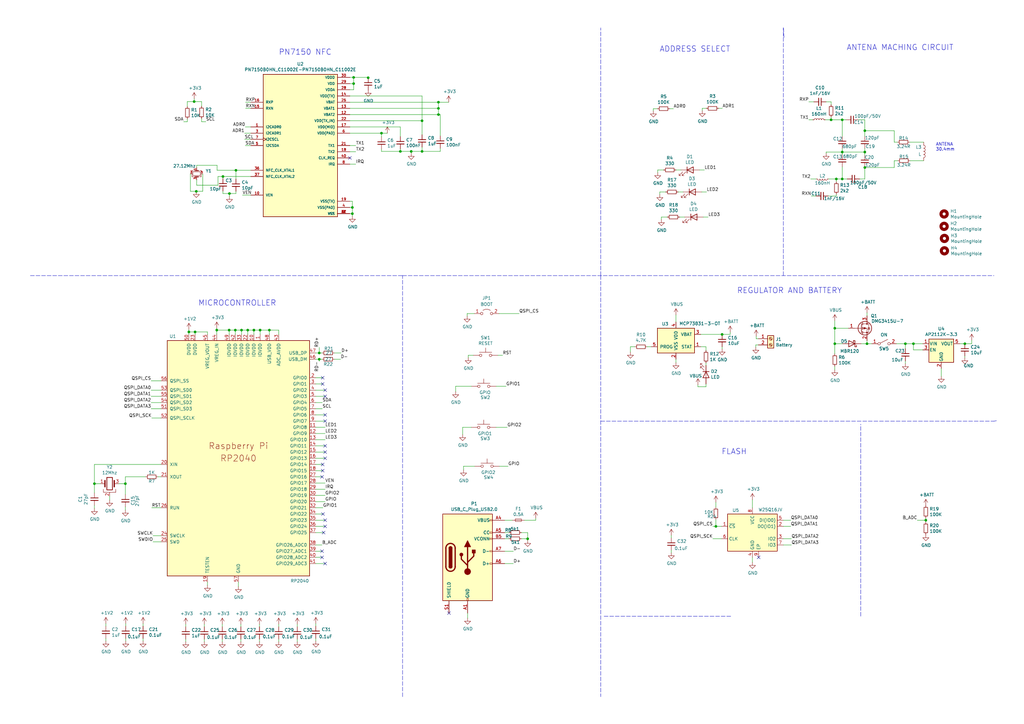
<source format=kicad_sch>
(kicad_sch (version 20211123) (generator eeschema)
  (paper "A3")
  (title_block (title "Hunter Cat NFC") (date "2022-06-28") (rev "2.0") (company "Electronic Cats") (comment 3 "Eduardo Contreras") (comment 4 "Andres Sabas"))
  (junction (at 77.47 136.144))
  (junction (at 343.027 73.406))
  (junction (at 179.832 44.45))
  (junction (at 216.408 220.98))
  (junction (at 144.526 87.63))
  (junction (at 374.65 140.97))
  (junction (at 342.392 140.97))
  (junction (at 104.14 135.382))
  (junction (at 164.211 62.103))
  (junction (at 156.464 54.61))
  (junction (at 145.034 34.29))
  (junction (at 345.44 49.149))
  (junction (at 168.656 62.103))
  (junction (at 293.624 215.9))
  (junction (at 345.44 62.357))
  (junction (at 96.52 135.382))
  (junction (at 354.711 62.357))
  (junction (at 91.44 72.39))
  (junction (at 296.164 137.16))
  (junction (at 340.868 49.149))
  (junction (at 345.44 73.406))
  (junction (at 110.49 135.382))
  (junction (at 96.774 69.85))
  (junction (at 379.73 213.36))
  (junction (at 94.107 79.375))
  (junction (at 79.629 41.656))
  (junction (at 38.735 198.374))
  (junction (at 342.392 134.62))
  (junction (at 151.003 31.877))
  (junction (at 179.832 46.99))
  (junction (at 354.711 68.707))
  (junction (at 130.937 147.32))
  (junction (at 371.348 140.97))
  (junction (at 80.01 136.144))
  (junction (at 80.518 78.486))
  (junction (at 99.06 135.382))
  (junction (at 130.937 144.78))
  (junction (at 395.732 140.97))
  (junction (at 51.435 198.374))
  (junction (at 144.526 85.09))
  (junction (at 145.034 31.75))
  (junction (at 173.101 49.53))
  (junction (at 179.832 41.91))
  (junction (at 355.6 140.97))
  (junction (at 173.101 62.103))
  (junction (at 354.711 53.594))
  (junction (at 101.6 135.382))
  (junction (at 106.68 135.382))
  (junction (at 88.9 135.382))
  (junction (at 93.98 135.382))
  (no_connect (at 133.35 160.02))
  (no_connect (at 133.35 162.56))
  (no_connect (at 132.461 210.82))
  (no_connect (at 133.35 215.9))
  (no_connect (at 132.334 193.04))
  (no_connect (at 132.334 154.94))
  (no_connect (at 132.334 157.48))
  (no_connect (at 132.08 226.06))
  (no_connect (at 132.08 228.6))
  (no_connect (at 132.715 218.44))
  (no_connect (at 132.334 190.5))
  (no_connect (at 133.35 213.36))
  (no_connect (at 133.35 185.42))
  (no_connect (at 133.35 187.96))
  (no_connect (at 133.35 170.18))
  (no_connect (at 133.35 172.72))
  (no_connect (at 133.35 182.88))
  (no_connect (at 143.51 64.77))
  (no_connect (at 184.15 251.46))
  (no_connect (at 133.35 231.14))
  (no_connect (at 311.15 228.6))
  (no_connect (at 132.08 195.58))
  (wire (pts (xy 287.401 137.16) (xy 296.164 137.16)))
  (wire (pts (xy 269.621 44.577) (xy 267.97 44.577)))
  (polyline (pts (xy 407.67 172.72) (xy 408.686 172.593)))
  (wire (pts (xy 173.101 62.103) (xy 180.594 62.103)))
  (wire (pts (xy 308.61 228.6) (xy 308.61 230.632)))
  (wire (pts (xy 345.44 49.149) (xy 345.44 55.88)))
  (wire (pts (xy 129.54 228.6) (xy 132.08 228.6)))
  (wire (pts (xy 286.893 69.723) (xy 288.925 69.723)))
  (wire (pts (xy 373.126 58.293) (xy 378.841 58.293)))
  (wire (pts (xy 143.51 49.53) (xy 173.101 49.53)))
  (wire (pts (xy 51.435 195.58) (xy 59.69 195.58)))
  (wire (pts (xy 98.806 262.128) (xy 98.806 263.144)))
  (wire (pts (xy 164.211 62.103) (xy 168.656 62.103)))
  (wire (pts (xy 143.51 41.91) (xy 179.832 41.91)))
  (wire (pts (xy 168.656 62.103) (xy 173.101 62.103)))
  (wire (pts (xy 51.562 256.794) (xy 51.562 255.778)))
  (wire (pts (xy 143.51 87.63) (xy 144.526 87.63)))
  (wire (pts (xy 83.82 257.048) (xy 83.82 256.032)))
  (wire (pts (xy 130.937 147.32) (xy 132.08 147.32)))
  (wire (pts (xy 275.336 225.679) (xy 275.336 226.695)))
  (wire (pts (xy 168.656 62.103) (xy 168.656 62.865)))
  (wire (pts (xy 88.9 135.382) (xy 88.9 134.62)))
  (wire (pts (xy 85.09 238.76) (xy 85.09 240.03)))
  (wire (pts (xy 151.003 31.75) (xy 151.003 31.877)))
  (wire (pts (xy 130.937 144.78) (xy 132.08 144.78)))
  (wire (pts (xy 296.164 137.16) (xy 299.466 137.16)))
  (polyline (pts (xy 321.31 113.03) (xy 321.31 11.43)))
  (wire (pts (xy 82.677 48.641) (xy 82.677 49.911)))
  (wire (pts (xy 129.54 167.64) (xy 132.207 167.64)))
  (wire (pts (xy 164.211 52.07) (xy 143.51 52.07)))
  (wire (pts (xy 293.624 208.026) (xy 293.624 205.994)))
  (wire (pts (xy 104.14 137.16) (xy 104.14 135.382)))
  (wire (pts (xy 357.505 140.97) (xy 355.6 140.97)))
  (wire (pts (xy 143.51 46.99) (xy 179.832 46.99)))
  (wire (pts (xy 289.56 142.24) (xy 289.56 143.764)))
  (wire (pts (xy 293.624 213.106) (xy 293.624 215.9)))
  (wire (pts (xy 143.51 54.61) (xy 156.464 54.61)))
  (wire (pts (xy 129.54 185.42) (xy 133.35 185.42)))
  (wire (pts (xy 275.336 220.599) (xy 275.336 219.583)))
  (wire (pts (xy 137.16 144.78) (xy 139.954 144.78)))
  (wire (pts (xy 38.735 198.374) (xy 41.148 198.374)))
  (wire (pts (xy 66.04 167.64) (xy 61.976 167.64)))
  (wire (pts (xy 76.835 48.768) (xy 76.835 49.911)))
  (wire (pts (xy 366.776 58.293) (xy 368.046 58.293)))
  (wire (pts (xy 102.87 52.07) (xy 100.584 52.07)))
  (wire (pts (xy 193.294 175.2854) (xy 189.738 175.2854)))
  (wire (pts (xy 271.272 89.027) (xy 271.272 90.043)))
  (wire (pts (xy 354.711 62.357) (xy 345.44 62.357)))
  (wire (pts (xy 145.034 34.29) (xy 145.034 31.75)))
  (polyline (pts (xy 353.06 215.4428) (xy 353.06 173.99)))
  (wire (pts (xy 129.54 157.48) (xy 132.334 157.48)))
  (wire (pts (xy 129.54 187.96) (xy 133.35 187.96)))
  (wire (pts (xy 340.868 49.149) (xy 338.455 49.149)))
  (wire (pts (xy 258.572 142.24) (xy 258.572 144.399)))
  (wire (pts (xy 129.54 162.56) (xy 133.35 162.56)))
  (wire (pts (xy 203.5048 158.4452) (xy 207.5688 158.4452)))
  (wire (pts (xy 354.711 53.594) (xy 366.776 53.594)))
  (wire (pts (xy 345.44 60.96) (xy 345.44 62.357)))
  (wire (pts (xy 371.348 148.082) (xy 371.348 149.098)))
  (wire (pts (xy 66.04 160.02) (xy 61.976 160.02)))
  (wire (pts (xy 143.51 34.29) (xy 145.034 34.29)))
  (wire (pts (xy 38.735 190.5) (xy 38.735 198.374)))
  (wire (pts (xy 343.027 73.406) (xy 339.852 73.406)))
  (wire (pts (xy 129.54 200.66) (xy 133.35 200.66)))
  (wire (pts (xy 207.01 220.98) (xy 208.788 220.98)))
  (wire (pts (xy 66.04 190.5) (xy 38.735 190.5)))
  (wire (pts (xy 321.31 223.52) (xy 324.612 223.52)))
  (wire (pts (xy 352.044 49.149) (xy 354.711 49.149)))
  (wire (pts (xy 83.185 78.486) (xy 80.518 78.486)))
  (wire (pts (xy 288.417 89.027) (xy 290.449 89.027)))
  (wire (pts (xy 342.392 134.62) (xy 342.392 131.572)))
  (wire (pts (xy 137.16 147.32) (xy 139.7 147.32)))
  (wire (pts (xy 91.44 78.359) (xy 91.44 79.375)))
  (wire (pts (xy 219.71 213.36) (xy 219.71 212.598)))
  (wire (pts (xy 204.851 191.2112) (xy 208.407 191.2112)))
  (wire (pts (xy 38.735 208.534) (xy 38.735 207.264)))
  (wire (pts (xy 191.5922 128.6002) (xy 191.5922 129.6162)))
  (wire (pts (xy 355.6 140.97) (xy 353.187 140.97)))
  (wire (pts (xy 143.51 59.69) (xy 145.923 59.69)))
  (wire (pts (xy 89.408 72.39) (xy 91.44 72.39)))
  (wire (pts (xy 129.54 205.74) (xy 133.35 205.74)))
  (wire (pts (xy 96.774 73.406) (xy 96.774 69.85)))
  (wire (pts (xy 132.08 195.58) (xy 129.54 195.58)))
  (wire (pts (xy 99.06 137.16) (xy 99.06 135.382)))
  (wire (pts (xy 80.645 75.946) (xy 89.408 75.946)))
  (wire (pts (xy 76.2 257.048) (xy 76.2 256.032)))
  (wire (pts (xy 66.04 165.1) (xy 61.976 165.1)))
  (wire (pts (xy 91.186 257.048) (xy 91.186 256.032)))
  (wire (pts (xy 83.82 262.128) (xy 83.82 263.144)))
  (wire (pts (xy 179.832 46.99) (xy 179.832 44.45)))
  (polyline (pts (xy 299.72 252.73) (xy 247.65 252.73)))
  (wire (pts (xy 269.748 69.723) (xy 269.748 70.739)))
  (wire (pts (xy 342.392 150.241) (xy 342.392 151.638)))
  (wire (pts (xy 66.04 222.25) (xy 62.738 222.25)))
  (wire (pts (xy 129.54 203.2) (xy 133.35 203.2)))
  (wire (pts (xy 207.01 226.06) (xy 210.566 226.06)))
  (wire (pts (xy 66.04 162.56) (xy 61.976 162.56)))
  (wire (pts (xy 395.732 146.05) (xy 395.732 146.685)))
  (wire (pts (xy 286.258 158.623) (xy 286.258 157.861)))
  (wire (pts (xy 80.518 78.486) (xy 78.105 78.486)))
  (wire (pts (xy 66.04 195.58) (xy 64.77 195.58)))
  (wire (pts (xy 43.434 256.794) (xy 43.434 255.778)))
  (wire (pts (xy 144.526 85.09) (xy 144.526 82.55)))
  (wire (pts (xy 88.9 135.382) (xy 93.98 135.382)))
  (wire (pts (xy 164.211 61.087) (xy 164.211 62.103)))
  (wire (pts (xy 310.007 141.478) (xy 310.007 142.367)))
  (wire (pts (xy 93.98 135.382) (xy 96.52 135.382)))
  (wire (pts (xy 311.023 138.938) (xy 310.134 138.938)))
  (wire (pts (xy 179.832 41.91) (xy 184.023 41.91)))
  (wire (pts (xy 66.04 219.71) (xy 62.738 219.71)))
  (wire (pts (xy 102.87 44.45) (xy 100.711 44.45)))
  (wire (pts (xy 287.401 142.24) (xy 289.56 142.24)))
  (wire (pts (xy 343.027 74.549) (xy 343.027 73.406)))
  (wire (pts (xy 143.51 62.23) (xy 145.923 62.23)))
  (wire (pts (xy 215.138 213.36) (xy 219.71 213.36)))
  (wire (pts (xy 129.54 231.14) (xy 133.35 231.14)))
  (wire (pts (xy 96.52 137.16) (xy 96.52 135.382)))
  (wire (pts (xy 343.027 79.629) (xy 343.027 80.391)))
  (wire (pts (xy 354.711 63.627) (xy 354.711 62.357)))
  (wire (pts (xy 114.3 135.382) (xy 110.49 135.382)))
  (wire (pts (xy 129.54 218.44) (xy 132.715 218.44)))
  (wire (pts (xy 288.036 44.45) (xy 288.036 45.339)))
  (wire (pts (xy 355.6 129.54) (xy 355.6 128.27)))
  (wire (pts (xy 102.87 54.61) (xy 100.33 54.61)))
  (wire (pts (xy 76.835 49.911) (xy 75.311 49.911)))
  (wire (pts (xy 354.711 73.406) (xy 354.711 68.707)))
  (polyline (pts (xy 321.31 11.43) (xy 321.564 15.367)))
  (wire (pts (xy 347.472 73.406) (xy 345.44 73.406)))
  (wire (pts (xy 76.835 41.656) (xy 79.629 41.656)))
  (wire (pts (xy 216.408 220.98) (xy 216.408 221.615)))
  (wire (pts (xy 66.04 156.21) (xy 61.976 156.21)))
  (wire (pts (xy 287.782 78.74) (xy 289.814 78.74)))
  (wire (pts (xy 299.466 137.16) (xy 299.466 136.271)))
  (wire (pts (xy 129.54 213.36) (xy 133.35 213.36)))
  (wire (pts (xy 295.91 215.9) (xy 293.624 215.9)))
  (wire (pts (xy 333.375 49.149) (xy 331.724 49.149)))
  (wire (pts (xy 374.65 143.51) (xy 374.65 140.97)))
  (wire (pts (xy 51.562 261.874) (xy 51.562 262.89)))
  (wire (pts (xy 121.92 262.128) (xy 121.92 263.144)))
  (wire (pts (xy 143.51 36.83) (xy 145.034 36.83)))
  (wire (pts (xy 143.51 67.31) (xy 145.923 67.31)))
  (wire (pts (xy 289.56 148.844) (xy 289.56 149.86)))
  (wire (pts (xy 156.464 62.103) (xy 164.211 62.103)))
  (wire (pts (xy 144.526 87.63) (xy 144.526 88.646)))
  (wire (pts (xy 129.54 208.28) (xy 132.461 208.28)))
  (wire (pts (xy 129.54 160.02) (xy 133.35 160.02)))
  (wire (pts (xy 121.92 257.048) (xy 121.92 256.032)))
  (wire (pts (xy 366.776 65.913) (xy 366.776 68.707)))
  (wire (pts (xy 106.426 257.048) (xy 106.426 256.032)))
  (wire (pts (xy 379.73 212.4202) (xy 379.73 213.36)))
  (wire (pts (xy 91.44 72.39) (xy 102.87 72.39)))
  (wire (pts (xy 340.868 49.149) (xy 345.44 49.149)))
  (wire (pts (xy 273.05 78.74) (xy 270.637 78.74)))
  (wire (pts (xy 156.464 54.61) (xy 156.464 56.134)))
  (wire (pts (xy 101.6 135.382) (xy 104.14 135.382)))
  (wire (pts (xy 76.835 43.688) (xy 76.835 41.656)))
  (wire (pts (xy 80.645 67.818) (xy 80.645 68.707)))
  (wire (pts (xy 145.034 36.83) (xy 145.034 34.29)))
  (wire (pts (xy 89.027 67.818) (xy 80.645 67.818)))
  (wire (pts (xy 96.52 135.382) (xy 99.06 135.382)))
  (wire (pts (xy 273.685 89.027) (xy 271.272 89.027)))
  (wire (pts (xy 276.225 44.577) (xy 274.701 44.577)))
  (wire (pts (xy 279.273 69.723) (xy 277.241 69.723)))
  (wire (pts (xy 321.31 215.9) (xy 324.358 215.9)))
  (wire (pts (xy 333.756 41.783) (xy 331.724 41.783)))
  (wire (pts (xy 129.54 261.874) (xy 129.54 262.89)))
  (polyline (pts (xy 246.38 172.72) (xy 407.67 172.72)))
  (wire (pts (xy 101.6 137.16) (xy 101.6 135.382)))
  (wire (pts (xy 93.98 137.16) (xy 93.98 135.382)))
  (wire (pts (xy 82.677 49.911) (xy 84.455 49.911)))
  (wire (pts (xy 277.241 132.08) (xy 277.241 129.159)))
  (wire (pts (xy 129.54 210.82) (xy 132.461 210.82)))
  (wire (pts (xy 340.868 41.783) (xy 338.836 41.783)))
  (wire (pts (xy 345.44 68.453) (xy 345.44 73.406)))
  (wire (pts (xy 77.47 137.16) (xy 77.47 136.144)))
  (wire (pts (xy 310.134 138.938) (xy 310.134 137.922)))
  (wire (pts (xy 213.868 218.44) (xy 216.408 218.44)))
  (wire (pts (xy 66.04 208.28) (xy 62.23 208.28)))
  (wire (pts (xy 77.47 136.144) (xy 77.47 135.128)))
  (wire (pts (xy 51.435 209.169) (xy 51.435 207.899)))
  (wire (pts (xy 106.68 135.382) (xy 106.68 137.16)))
  (wire (pts (xy 130.937 148.209) (xy 130.937 147.32)))
  (wire (pts (xy 379.73 213.36) (xy 379.73 214.1728)))
  (polyline (pts (xy 246.38 113.03) (xy 246.38 11.43)))
  (wire (pts (xy 96.774 79.375) (xy 94.107 79.375)))
  (wire (pts (xy 129.54 144.78) (xy 130.937 144.78)))
  (wire (pts (xy 345.44 62.357) (xy 338.836 62.357)))
  (wire (pts (xy 129.54 190.5) (xy 132.334 190.5)))
  (wire (pts (xy 129.54 147.32) (xy 130.937 147.32)))
  (wire (pts (xy 88.9 137.16) (xy 88.9 135.382)))
  (wire (pts (xy 272.161 69.723) (xy 269.748 69.723)))
  (wire (pts (xy 398.526 140.97) (xy 398.526 139.573)))
  (wire (pts (xy 395.732 140.97) (xy 398.526 140.97)))
  (wire (pts (xy 51.435 195.58) (xy 51.435 198.374)))
  (wire (pts (xy 204.2414 145.7452) (xy 206.1464 145.7452)))
  (wire (pts (xy 91.44 73.279) (xy 91.44 72.39)))
  (wire (pts (xy 82.677 41.656) (xy 82.677 43.561)))
  (wire (pts (xy 371.348 140.97) (xy 374.65 140.97)))
  (wire (pts (xy 114.3 257.048) (xy 114.3 256.032)))
  (wire (pts (xy 190.119 192.7352) (xy 190.119 191.2112)))
  (polyline (pts (xy 12.446 113.03) (xy 165.1 113.03)))
  (wire (pts (xy 38.735 198.374) (xy 38.735 202.184)))
  (wire (pts (xy 367.665 140.97) (xy 371.348 140.97)))
  (wire (pts (xy 114.3 262.128) (xy 114.3 263.144)))
  (wire (pts (xy 343.027 80.391) (xy 339.725 80.391)))
  (wire (pts (xy 58.674 256.794) (xy 58.674 255.778)))
  (wire (pts (xy 144.526 87.63) (xy 144.526 85.09)))
  (wire (pts (xy 321.31 213.36) (xy 324.358 213.36)))
  (wire (pts (xy 208.026 175.2854) (xy 203.454 175.2854)))
  (wire (pts (xy 173.101 60.325) (xy 173.101 62.103)))
  (wire (pts (xy 173.101 39.37) (xy 173.101 49.53)))
  (wire (pts (xy 293.624 215.9) (xy 292.354 215.9)))
  (wire (pts (xy 143.51 39.37) (xy 173.101 39.37)))
  (wire (pts (xy 79.629 41.656) (xy 82.677 41.656)))
  (wire (pts (xy 173.101 49.53) (xy 173.101 55.245)))
  (wire (pts (xy 267.97 44.577) (xy 267.97 45.466)))
  (wire (pts (xy 371.348 143.002) (xy 371.348 140.97)))
  (wire (pts (xy 345.44 62.357) (xy 345.44 63.373)))
  (wire (pts (xy 145.034 31.75) (xy 143.51 31.75)))
  (wire (pts (xy 144.526 82.55) (xy 143.51 82.55)))
  (wire (pts (xy 66.04 171.45) (xy 62.23 171.45)))
  (wire (pts (xy 340.868 48.006) (xy 340.868 49.149)))
  (wire (pts (xy 374.65 143.51) (xy 378.46 143.51)))
  (wire (pts (xy 129.54 177.8) (xy 133.35 177.8)))
  (wire (pts (xy 97.79 238.76) (xy 97.79 240.538)))
  (wire (pts (xy 374.65 140.97) (xy 378.46 140.97)))
  (wire (pts (xy 129.54 193.04) (xy 132.334 193.04)))
  (wire (pts (xy 129.54 223.52) (xy 132.08 223.52)))
  (wire (pts (xy 104.14 135.382) (xy 106.68 135.382)))
  (wire (pts (xy 342.392 140.97) (xy 342.392 134.62)))
  (wire (pts (xy 192.0494 145.7452) (xy 192.0494 146.6342)))
  (wire (pts (xy 102.87 41.91) (xy 100.711 41.91)))
  (wire (pts (xy 164.211 56.007) (xy 164.211 52.07)))
  (wire (pts (xy 354.711 68.707) (xy 366.776 68.707)))
  (wire (pts (xy 79.629 41.656) (xy 79.629 40.513)))
  (wire (pts (xy 129.54 226.06) (xy 132.08 226.06)))
  (wire (pts (xy 189.738 175.2854) (xy 189.738 178.2064)))
  (wire (pts (xy 94.107 79.375) (xy 94.107 80.518)))
  (polyline (pts (xy 246.38 113.03) (xy 246.38 285.75)))
  (wire (pts (xy 354.711 53.594) (xy 354.711 55.88)))
  (wire (pts (xy 270.637 78.74) (xy 270.637 79.756)))
  (wire (pts (xy 338.836 62.357) (xy 338.836 62.865)))
  (wire (pts (xy 58.674 261.874) (xy 58.674 262.89)))
  (wire (pts (xy 342.392 140.97) (xy 342.392 145.161)))
  (wire (pts (xy 89.027 69.85) (xy 89.027 67.818)))
  (wire (pts (xy 334.645 80.391) (xy 332.74 80.391)))
  (wire (pts (xy 186.8678 158.4452) (xy 186.8678 160.6042)))
  (wire (pts (xy 102.87 57.15) (xy 100.33 57.15)))
  (wire (pts (xy 180.594 62.103) (xy 180.594 60.833)))
  (wire (pts (xy 96.774 78.486) (xy 96.774 79.375)))
  (wire (pts (xy 129.54 182.88) (xy 133.35 182.88)))
  (polyline (pts (xy 353.06 252.73) (xy 353.06 215.4428)))
  (wire (pts (xy 368.173 65.913) (xy 366.776 65.913)))
  (wire (pts (xy 129.54 180.34) (xy 133.35 180.34)))
  (wire (pts (xy 193.3448 158.4452) (xy 186.8678 158.4452)))
  (wire (pts (xy 106.426 262.128) (xy 106.426 263.144)))
  (wire (pts (xy 345.44 49.149) (xy 346.964 49.149)))
  (wire (pts (xy 194.5132 128.6002) (xy 191.5922 128.6002)))
  (wire (pts (xy 89.027 69.85) (xy 96.774 69.85)))
  (wire (pts (xy 289.56 157.48) (xy 289.56 158.623)))
  (wire (pts (xy 110.49 135.382) (xy 106.68 135.382)))
  (wire (pts (xy 99.06 135.382) (xy 101.6 135.382)))
  (wire (pts (xy 179.832 46.99) (xy 180.594 46.99)))
  (wire (pts (xy 129.54 175.26) (xy 133.35 175.26)))
  (wire (pts (xy 143.51 44.45) (xy 179.832 44.45)))
  (wire (pts (xy 48.768 198.374) (xy 51.435 198.374)))
  (wire (pts (xy 145.034 31.75) (xy 151.003 31.75)))
  (polyline (pts (xy 165.1 285.75) (xy 165.1 113.03)))
  (wire (pts (xy 156.464 54.61) (xy 158.877 54.61)))
  (wire (pts (xy 354.711 62.357) (xy 354.711 60.96)))
  (wire (pts (xy 76.2 262.128) (xy 76.2 263.144)))
  (wire (pts (xy 133.35 198.12) (xy 129.54 198.12)))
  (wire (pts (xy 295.91 220.98) (xy 292.354 220.98)))
  (wire (pts (xy 347.98 134.62) (xy 342.392 134.62)))
  (wire (pts (xy 129.54 154.94) (xy 132.334 154.94)))
  (wire (pts (xy 345.567 140.97) (xy 342.392 140.97)))
  (wire (pts (xy 85.09 137.16) (xy 85.09 136.144)))
  (wire (pts (xy 44.958 203.454) (xy 44.958 205.105)))
  (wire (pts (xy 85.09 136.144) (xy 80.01 136.144)))
  (wire (pts (xy 345.44 73.406) (xy 343.027 73.406)))
  (wire (pts (xy 321.31 220.98) (xy 324.612 220.98)))
  (wire (pts (xy 114.3 137.16) (xy 114.3 135.382)))
  (wire (pts (xy 207.01 213.36) (xy 210.058 213.36)))
  (wire (pts (xy 179.832 44.45) (xy 179.832 41.91)))
  (wire (pts (xy 43.434 261.874) (xy 43.434 262.89)))
  (wire (pts (xy 280.162 78.74) (xy 278.13 78.74)))
  (wire (pts (xy 80.01 136.144) (xy 80.01 137.16)))
  (wire (pts (xy 289.56 158.623) (xy 286.258 158.623)))
  (wire (pts (xy 129.54 172.72) (xy 133.35 172.72)))
  (wire (pts (xy 78.105 78.486) (xy 78.105 71.247)))
  (wire (pts (xy 102.87 59.69) (xy 100.584 59.69)))
  (wire (pts (xy 102.87 69.85) (xy 96.774 69.85)))
  (wire (pts (xy 102.87 80.01) (xy 99.441 80.01)))
  (polyline (pts (xy 165.1 113.03) (xy 407.67 113.03)))
  (wire (pts (xy 80.645 73.787) (xy 80.645 75.946)))
  (wire (pts (xy 91.44 79.375) (xy 94.107 79.375)))
  (wire (pts (xy 354.711 49.149) (xy 354.711 53.594)))
  (wire (pts (xy 156.464 61.214) (xy 156.464 62.103)))
  (wire (pts (xy 143.51 85.09) (xy 144.526 85.09)))
  (wire (pts (xy 207.01 231.14) (xy 210.566 231.14)))
  (wire (pts (xy 311.023 141.478) (xy 310.007 141.478)))
  (wire (pts (xy 83.185 71.247) (xy 83.185 78.486)))
  (wire (pts (xy 289.687 44.45) (xy 288.036 44.45)))
  (wire (pts (xy 352.552 73.406) (xy 354.711 73.406)))
  (wire (pts (xy 191.77 251.46) (xy 191.77 253.492)))
  (wire (pts (xy 267.081 142.24) (xy 265.43 142.24)))
  (wire (pts (xy 334.772 73.406) (xy 332.486 73.406)))
  (wire (pts (xy 213.868 220.98) (xy 216.408 220.98)))
  (wire (pts (xy 194.0814 145.7452) (xy 192.0494 145.7452)))
  (wire (pts (xy 129.54 256.794) (xy 129.54 255.778)))
  (wire (pts (xy 355.6 139.7) (xy 355.6 140.97)))
  (wire (pts (xy 204.6732 128.6002) (xy 212.9282 128.6002)))
  (wire (pts (xy 340.868 42.926) (xy 340.868 41.783)))
  (wire (pts (xy 98.806 257.048) (xy 98.806 256.032)))
  (wire (pts (xy 91.186 262.128) (xy 91.186 263.144)))
  (wire (pts (xy 277.241 147.32) (xy 277.241 148.717)))
  (wire (pts (xy 296.291 44.45) (xy 294.767 44.45)))
  (wire (pts (xy 296.164 142.24) (xy 296.164 143.129)))
  (wire (pts (xy 280.797 89.027) (xy 278.765 89.027)))
  (wire (pts (xy 129.54 170.18) (xy 133.35 170.18)))
  (wire (pts (xy 366.776 53.594) (xy 366.776 58.293)))
  (wire (pts (xy 379.73 213.36) (xy 376.1994 213.36)))
  (wire (pts (xy 373.253 65.913) (xy 378.841 65.913)))
  (wire (pts (xy 51.435 198.374) (xy 51.435 202.819)))
  (wire (pts (xy 130.937 142.494) (xy 130.937 144.78)))
  (wire (pts (xy 260.35 142.24) (xy 258.572 142.24)))
  (wire (pts (xy 207.01 218.44) (xy 208.788 218.44)))
  (wire (pts (xy 89.408 75.946) (xy 89.408 72.39)))
  (wire (pts (xy 308.61 208.28) (xy 308.61 204.978)))
  (wire (pts (xy 386.08 151.13) (xy 386.08 154.305)))
  (wire (pts (xy 216.408 218.44) (xy 216.408 220.98)))
  (wire (pts (xy 110.49 137.16) (xy 110.49 135.382)))
  (wire (pts (xy 180.594 46.99) (xy 180.594 55.753)))
  (wire (pts (xy 129.54 165.1) (xy 132.207 165.1)))
  (wire (pts (xy 190.119 191.2112) (xy 194.691 191.2112)))
  (wire (pts (xy 77.47 136.144) (xy 80.01 136.144)))
  (wire (pts (xy 129.54 215.9) (xy 133.35 215.9)))
  (wire (pts (xy 393.7 140.97) (xy 395.732 140.97)))
  (text "ADDRESS SELECT" (at 270.51 21.59 0) (effects (font (size 2.2606 2.2606)) (justify left bottom)))
  (text "PN7150 NFC" (at 114.3 22.86 0) (effects (font (size 2.2606 2.2606)) (justify left bottom)))
  (text "ANTENA MACHING CIRCUIT" (at 347.218 20.955 0) (effects (font (size 2.2606 2.2606)) (justify left bottom)))
  (text "REGULATOR AND BATTERY" (at 302.26 120.65 0) (effects (font (size 2.2606 2.2606)) (justify left bottom)))
  (text "MICROCONTROLLER" (at 81.28 125.73 0) (effects (font (size 2.2606 2.2606)) (justify left bottom)))
  (text "FLASH" (at 295.91 186.69 0) (effects (font (size 2.2606 2.2606)) (justify left bottom)))
  (text "ANTENA\n30.4mm\n" (at 383.794 62.103 0) (effects (font (size 1.27 1.27)) (justify left bottom)))
  (label "RXN" (at 332.74 80.391 180))
  (label "GPIO2" (at 133.35 203.2 0))
  (label "QSPI_DATA2" (at 324.612 220.98 0))
  (label "QSPI_SCK" (at 292.354 220.98 180))
  (label "QSPI_CS" (at 292.354 215.9 180))
  (label "D+" (at 210.566 231.14 0))
  (label "SDA" (at 75.311 49.911 180))
  (label "GPIO1" (at 132.461 208.28 0))
  (label "QSPI_DATA3" (at 324.612 223.52 0))
  (label "TX1" (at 145.923 59.69 0))
  (label "RXP" (at 331.724 41.783 180))
  (label "QSPI_CS" (at 61.976 156.21 180))
  (label "D+" (at 139.954 144.78 0))
  (label "TX2" (at 145.923 62.23 0))
  (label "LED1" (at 133.35 175.26 0))
  (label "QSPI_DATA0" (at 324.358 213.36 0))
  (label "RST" (at 62.23 208.28 0))
  (label "B_ADC" (at 132.08 223.52 0))
  (label "RST" (at 206.1464 145.7452 0))
  (label "SWDIO" (at 62.738 222.25 180))
  (label "RXP" (at 100.711 41.91 0))
  (label "D-" (at 210.566 226.06 0))
  (label "ADR1" (at 296.291 44.45 0))
  (label "LED2" (at 133.35 177.8 0))
  (label "GPIO" (at 208.407 191.2112 0))
  (label "D-" (at 139.7 147.32 0))
  (label "SDA" (at 132.207 165.1 0))
  (label "ADR0" (at 276.225 44.577 0))
  (label "SWCLK" (at 62.738 219.71 180))
  (label "VEN" (at 99.441 80.01 0))
  (label "SCL" (at 100.33 57.15 0))
  (label "ADR0" (at 100.584 52.07 180))
  (label "RXN" (at 100.711 44.45 0))
  (label "B_ADC" (at 376.1994 213.36 180))
  (label "LED3" (at 133.35 180.34 0))
  (label "QSPI_DATA1" (at 324.358 215.9 0))
  (label "QSPI_DATA0" (at 61.976 160.02 180))
  (label "TX1" (at 331.724 49.149 180))
  (label "SCL" (at 132.207 167.64 0))
  (label "LED3" (at 290.449 89.027 0))
  (label "TX2" (at 332.486 73.406 180))
  (label "GPIO" (at 133.35 205.74 0))
  (label "QSPI_CS" (at 212.9282 128.6002 0))
  (label "LED1" (at 288.925 69.723 0))
  (label "GPIO1" (at 207.5688 158.4452 0))
  (label "SDA" (at 100.584 59.69 0))
  (label "SCL" (at 84.455 49.911 0))
  (label "QSPI_SCK" (at 62.23 171.45 180))
  (label "QSPI_DATA3" (at 61.976 167.64 180))
  (label "VEN" (at 133.35 198.12 0))
  (label "QSPI_DATA2" (at 61.976 165.1 180))
  (label "RD+" (at 130.937 142.494 90))
  (label "ADR1" (at 100.33 54.61 180))
  (label "LED2" (at 289.814 78.74 0))
  (label "IRQ" (at 133.35 200.66 0))
  (label "GPIO2" (at 208.026 175.2854 0))
  (label "QSPI_DATA1" (at 61.976 162.56 180))
  (label "IRQ" (at 145.923 67.31 0))
  (label "RD-" (at 130.937 148.209 270))
  (symbol (lib_id "power:GND") (at 144.526 88.646 0) (unit 1)
    (property "Reference" "#PWR07" (effects hide))
    (property "Value" "GND" (at 144.653 93.0402 0))
  )
  (symbol (lib_id "Device:C_Small") (at 96.774 75.946 0) (unit 1)
    (property "Reference" "C4" (at 99.1108 74.7776 0) (effects (justify left)))
    (property "Value" "10pF" (at 99.1108 77.089 0) (effects (justify left)))
    (property "Footprint" "Capacitor_SMD:C_0603_1608Metric" (effects hide))
    (property "manf#" "885012007076" (effects hide))
    (property "provedor" "LCSC" (effects hide))
  )
  (symbol (lib_id "Device:C_Small") (at 91.44 75.819 0) (unit 1)
    (property "Reference" "C3" (at 92.456 74.041 0) (effects (justify left)))
    (property "Value" "10pF" (at 85.979 77.47 0) (effects (justify left)))
    (property "Footprint" "Capacitor_SMD:C_0603_1608Metric" (effects hide))
    (property "manf#" "885012007076" (effects hide))
    (property "provedor" "LCSC" (effects hide))
  )
  (symbol (lib_id "Device:Crystal_GND24_Small") (at 80.645 71.247 270) (unit 1)
    (property "Reference" "Y1" (at 84.3026 70.0786 90) (effects (justify left)))
    (property "Value" "27.12Mhz" (at 70.993 68.072 90) (effects (justify left)))
    (property "Footprint" "Crystal:Crystal_SMD_2016-4Pin_2.0x1.6mm" (effects hide))
    (property "Datasheet" "https://www.mouser.mx/datasheet/2/122/ecx_1637-12794.pdf" (effects hide))
    (property "manf#" "520-271.2-6-37-JTNT" (effects hide))
    (property "provedor" "MOUSER" (effects hide))
    (property "LCSC#" "-" (effects hide))
  )
  (symbol (lib_id "power:GND") (at 94.107 80.518 0) (unit 1)
    (property "Reference" "#PWR06" (effects hide))
    (property "Value" "GND" (at 94.234 84.9122 0))
  )
  (symbol (lib_id "Device:C_Small") (at 173.101 57.785 0) (unit 1)
    (property "Reference" "C8" (at 175.4378 56.6166 0) (effects (justify left)))
    (property "Value" "1uF" (at 175.4378 58.928 0) (effects (justify left)))
    (property "Footprint" "Capacitor_SMD:C_0603_1608Metric" (effects hide))
    (property "manf#" "885012207078" (effects hide))
    (property "provedor" "LCSC" (effects hide))
    (property "LCSC#" "C26413" (effects hide))
  )
  (symbol (lib_id "Device:C_Small") (at 156.464 58.674 0) (unit 1)
    (property "Reference" "C6" (at 158.8008 57.5056 0) (effects (justify left)))
    (property "Value" "1uF" (at 158.8008 59.817 0) (effects (justify left)))
    (property "Footprint" "Capacitor_SMD:C_0603_1608Metric" (effects hide))
    (property "manf#" "885012207078" (effects hide))
    (property "provedor" "LCSC" (effects hide))
    (property "LCSC#" "C26413" (effects hide))
  )
  (symbol (lib_id "Device:C_Small") (at 164.211 58.547 0) (unit 1)
    (property "Reference" "C7" (at 166.5478 57.3786 0) (effects (justify left)))
    (property "Value" "100nF" (at 166.5478 59.69 0) (effects (justify left)))
    (property "Footprint" "Capacitor_SMD:C_0603_1608Metric" (effects hide))
    (property "manf#" "885012207072" (effects hide))
    (property "provedor" "LCSC" (effects hide))
    (property "LCSC#" "C387984" (effects hide))
  )
  (symbol (lib_id "Device:C_Small") (at 180.594 58.293 0) (unit 1)
    (property "Reference" "C9" (at 182.9308 57.1246 0) (effects (justify left)))
    (property "Value" "100nF" (at 182.9308 59.436 0) (effects (justify left)))
    (property "Footprint" "Capacitor_SMD:C_0603_1608Metric" (effects hide))
    (property "manf#" "885012207072" (effects hide))
    (property "provedor" "LCSC" (effects hide))
    (property "LCSC#" "C387984" (effects hide))
  )
  (symbol (lib_id "power:GND") (at 168.656 62.865 0) (unit 1)
    (property "Reference" "#PWR015" (effects hide))
    (property "Value" "GND" (at 168.783 67.2592 0))
  )
  (symbol (lib_id "Device:C_Small") (at 151.003 34.417 0) (unit 1)
    (property "Reference" "C5" (at 153.3398 33.2486 0) (effects (justify left)))
    (property "Value" "1uF" (at 153.3398 35.56 0) (effects (justify left)))
    (property "Footprint" "Capacitor_SMD:C_0603_1608Metric" (effects hide))
    (property "manf#" "885012207078" (effects hide))
    (property "provedor" "LCSC" (effects hide))
    (property "LCSC#" "C26413" (effects hide))
  )
  (symbol (lib_id "power:GND") (at 151.003 36.957 0) (unit 1)
    (property "Reference" "#PWR08" (effects hide))
    (property "Value" "GND" (at 151.13 41.3512 0))
  )
  (symbol (lib_id "HunterCat-NFC-rescue:AP2112K-3.3-Regulator_Linear") (at 386.08 143.51 0) (unit 1)
    (property "Reference" "U4" (at 386.08 134.8232 0))
    (property "Value" "AP2112K-3.3" (at 386.08 137.1346 0))
    (property "Footprint" "Package_TO_SOT_SMD:SOT-23-5" (effects hide))
    (property "Datasheet" "https://www.diodes.com/assets/Datasheets/AP2112.pdf" (effects hide))
    (property "manf#" "AP2112K-3.3" (effects hide))
    (property "provedor" "MOUSER" (effects hide))
    (property "LCSC#" "-" (effects hide))
  )
  (symbol (lib_id "Device:C_Small") (at 336.296 41.783 270) (unit 1)
    (property "Reference" "C10" (at 336.296 35.9664 90))
    (property "Value" "1nF/16V" (at 336.296 38.2778 90))
    (property "Footprint" "Capacitor_SMD:C_0603_1608Metric" (effects hide))
    (property "manf#" "CC0201JRX7R7BB102" (effects hide))
    (property "provedor" "MOUSER" (effects hide))
  )
  (symbol (lib_id "Device:C_Small") (at 349.504 49.149 270) (unit 1)
    (property "Reference" "C14" (at 352.171 50.165 90))
    (property "Value" "100pF/50V" (at 355.854 47.625 90))
    (property "Footprint" "Capacitor_SMD:C_0603_1608Metric" (effects hide))
    (property "manf#" "06035A101JAT4A" (effects hide))
    (property "provedor" "MOUSER" (effects hide))
  )
  (symbol (lib_id "Device:C_Small") (at 345.44 58.42 0) (unit 1)
    (property "Reference" "C12" (at 341.63 56.896 0) (effects (justify left)))
    (property "Value" "680pF" (at 345.44 60.071 0) (effects (justify left)))
    (property "Footprint" "Capacitor_SMD:C_0603_1608Metric" (effects hide))
    (property "manf#" "885012206107" (effects hide))
    (property "provedor" "MOUSER" (effects hide))
  )
  (symbol (lib_id "Device:C_Small") (at 354.711 58.42 0) (unit 1)
    (property "Reference" "C19" (at 354.965 60.071 0) (effects (justify left)))
    (property "Value" "120pF" (at 354.711 56.515 0) (effects (justify left)))
    (property "Footprint" "Capacitor_SMD:C_0603_1608Metric" (effects hide))
    (property "manf#" "C0603C121J5GAC" (effects hide))
    (property "provedor" "LCSC" (effects hide))
  )
  (symbol (lib_id "Device:C_Small") (at 345.44 65.913 0) (unit 1)
    (property "Reference" "C13" (at 341.63 64.262 0) (effects (justify left)))
    (property "Value" "680pF" (at 345.694 64.135 0) (effects (justify left)))
    (property "Footprint" "Capacitor_SMD:C_0603_1608Metric" (effects hide))
    (property "manf#" "885012206107" (effects hide))
    (property "provedor" "MOUSER" (effects hide))
  )
  (symbol (lib_id "Device:C_Small") (at 354.711 66.167 0) (unit 1)
    (property "Reference" "C20" (at 354.584 64.516 0) (effects (justify left)))
    (property "Value" "120pF" (at 354.838 67.691 0) (effects (justify left)))
    (property "Footprint" "Capacitor_SMD:C_0603_1608Metric" (effects hide))
    (property "manf#" "C0603C121J5GAC" (effects hide))
    (property "provedor" "LCSC" (effects hide))
  )
  (symbol (lib_id "Device:C_Small") (at 350.012 73.406 270) (unit 1)
    (property "Reference" "C18" (at 353.822 76.708 90))
    (property "Value" "100pF/50V" (at 354.076 74.93 90))
    (property "Footprint" "Capacitor_SMD:C_0603_1608Metric" (effects hide))
    (property "manf#" "06035A101JAT4A" (effects hide))
    (property "provedor" "MOUSER" (effects hide))
  )
  (symbol (lib_id "Device:C_Small") (at 337.185 80.391 270) (unit 1)
    (property "Reference" "C11" (at 334.645 79.375 90))
    (property "Value" "1nF/16V" (at 342.138 81.407 90))
    (property "Footprint" "Capacitor_SMD:C_0603_1608Metric" (effects hide))
    (property "manf#" "CC0201JRX7R7BB102" (effects hide))
    (property "provedor" "MOUSER" (effects hide))
  )
  (symbol (lib_id "Device:L_Small") (at 337.312 73.406 270) (unit 1)
    (property "Reference" "L2" (at 337.312 72.136 90))
    (property "Value" "160nH" (at 337.312 75.057 90))
    (property "Footprint" "Inductor_SMD:L_0603_1608Metric_Pad1.05x0.95mm_HandSolder" (effects hide))
    (property "manf#" "MLJ1608WR16JT000" (effects hide))
    (property "LCSC#" "C434822" (effects hide))
    (property "provedor" "LCSC" (effects hide))
  )
  (symbol (lib_id "Device:L_Small") (at 335.915 49.149 90) (unit 1)
    (property "Reference" "L1" (at 335.915 44.45 90))
    (property "Value" "160nH" (at 335.915 46.7614 90))
    (property "Footprint" "Inductor_SMD:L_0603_1608Metric_Pad1.05x0.95mm_HandSolder" (effects hide))
    (property "manf#" "MLJ1608WR16JT000" (effects hide))
    (property "LCSC#" "C434822" (effects hide))
    (property "provedor" "LCSC" (effects hide))
  )
  (symbol (lib_id "Device:R_Small") (at 340.868 45.466 0) (unit 1)
    (property "Reference" "R11" (at 342.3666 44.2976 0) (effects (justify left)))
    (property "Value" "2k2" (at 342.3666 46.609 0) (effects (justify left)))
    (property "Footprint" "Resistor_SMD:R_0603_1608Metric" (effects hide))
    (property "manf#" "RC0603JR-072K2L" (effects hide))
    (property "LCSC#" "C217937" (effects hide))
    (property "provedor" "LCSC" (effects hide))
  )
  (symbol (lib_id "Device:R_Small") (at 343.027 77.089 0) (unit 1)
    (property "Reference" "R13" (at 344.5256 75.9206 0) (effects (justify left)))
    (property "Value" "2k2" (at 344.5256 78.232 0) (effects (justify left)))
    (property "Footprint" "Resistor_SMD:R_0603_1608Metric" (effects hide))
    (property "manf#" "RC0603JR-072K2L" (effects hide))
    (property "LCSC#" "C217937" (effects hide))
    (property "provedor" "LCSC" (effects hide))
  )
  (symbol (lib_id "Device:R_Small") (at 370.713 65.913 270) (unit 1)
    (property "Reference" "R15" (at 370.713 64.262 90))
    (property "Value" "3.24R" (at 370.713 67.691 90))
    (property "Footprint" "Resistor_SMD:R_0603_1608Metric" (effects hide))
    (property "manf#" "RC0603FR-073R4L" (effects hide))
    (property "provedor" "MOUSER" (effects hide))
  )
  (symbol (lib_id "Device:R_Small") (at 370.586 58.293 270) (unit 1)
    (property "Reference" "R14" (at 370.586 56.642 90))
    (property "Value" "3.24R" (at 370.586 60.071 90))
    (property "Footprint" "Resistor_SMD:R_0603_1608Metric" (effects hide))
    (property "manf#" "RC0603FR-073R4L" (effects hide))
    (property "provedor" "MOUSER" (effects hide))
  )
  (symbol (lib_id "power:+3V3") (at 158.877 54.61 0) (unit 1)
    (property "Reference" "#PWR09" (effects hide))
    (property "Value" "+3V3" (at 159.258 50.2158 0))
  )
  (symbol (lib_id "Device:R_Small") (at 76.835 46.228 0) (unit 1)
    (property "Reference" "R1" (at 78.3336 45.0596 0) (effects (justify left)))
    (property "Value" "10K" (at 78.3336 47.371 0) (effects (justify left)))
    (property "Footprint" "Resistor_SMD:R_0603_1608Metric" (effects hide))
    (property "manf#" "-" (effects hide))
    (property "LCSC#" "C15401" (effects hide))
    (property "provedor" "LCSC" (effects hide))
  )
  (symbol (lib_id "Device:R_Small") (at 82.677 46.101 0) (unit 1)
    (property "Reference" "R2" (at 84.1756 44.9326 0) (effects (justify left)))
    (property "Value" "10K" (at 84.1756 47.244 0) (effects (justify left)))
    (property "Footprint" "Resistor_SMD:R_0603_1608Metric" (effects hide))
    (property "manf#" "-" (effects hide))
    (property "LCSC#" "C15401" (effects hide))
    (property "provedor" "LCSC" (effects hide))
  )
  (symbol (lib_id "power:GND") (at 338.836 62.865 0) (unit 1)
    (property "Reference" "#PWR025" (effects hide))
    (property "Value" "GND" (at 338.963 67.2592 0))
  )
  (symbol (lib_id "power:+3V3") (at 79.629 40.513 0) (unit 1)
    (property "Reference" "#PWR02" (effects hide))
    (property "Value" "+3V3" (at 80.01 36.1188 0))
  )
  (symbol (lib_id "Switch:SW_Push") (at 199.1614 145.7452 0) (unit 1)
    (property "Reference" "SW1" (at 199.1614 138.5062 0))
    (property "Value" "RESET" (at 199.1614 140.8176 0))
    (property "Footprint" "hunter-cat-nfc:KSC941JLFS" (effects hide))
    (property "manf#" "KSC941JLFS" (effects hide))
    (property "LCSC#" "C221771" (effects hide))
    (property "provedor" "LCSC" (effects hide))
  )
  (symbol (lib_id "Device:LED") (at 283.083 69.723 0) (unit 1)
    (property "Reference" "D1" (at 282.9052 64.2366 0))
    (property "Value" "LED" (at 282.9052 66.548 0))
    (property "Footprint" "LED_SMD:LED_0805_2012Metric_Pad1.15x1.40mm_HandSolder" (effects hide))
    (property "manf#" "-" (effects hide))
    (property "provedor" "LCSC" (effects hide))
    (property "LCSC#" "C130114" (effects hide))
  )
  (symbol (lib_id "Device:R_Small") (at 274.701 69.723 270) (unit 1)
    (property "Reference" "R4" (at 274.701 64.7446 90))
    (property "Value" "330" (at 274.701 67.056 90))
    (property "Footprint" "Resistor_SMD:R_0603_1608Metric" (effects hide))
    (property "manf#" "CRCW08051K50FKEAC" (effects hide))
    (property "LCSC#" "C517454" (effects hide))
    (property "provedor" "LCSC" (effects hide))
  )
  (symbol (lib_id "power:GND") (at 269.748 70.739 0) (unit 1)
    (property "Reference" "#PWR011" (effects hide))
    (property "Value" "GND" (at 269.875 75.1332 0))
  )
  (symbol (lib_id "power:GND") (at 192.0494 146.6342 0) (unit 1)
    (property "Reference" "#PWR013" (effects hide))
    (property "Value" "GND" (at 192.1764 151.0284 0))
  )
  (symbol (lib_id "Device:R_Small") (at 272.161 44.577 270) (unit 1)
    (property "Reference" "R5" (at 272.161 39.5986 90))
    (property "Value" "100K" (at 272.161 41.91 90))
    (property "Footprint" "Resistor_SMD:R_0603_1608Metric" (effects hide))
    (property "manf#" "ERJ6RBD1003V" (effects hide))
    (property "LCSC#" "C15458" (effects hide))
    (property "provedor" "LCSC" (effects hide))
  )
  (symbol (lib_id "power:GND") (at 267.97 45.466 0) (unit 1)
    (property "Reference" "#PWR012" (effects hide))
    (property "Value" "GND" (at 268.097 49.8602 0))
  )
  (symbol (lib_id "Device:R_Small") (at 292.227 44.45 270) (unit 1)
    (property "Reference" "R3" (at 292.227 39.4716 90))
    (property "Value" "100K" (at 292.227 41.783 90))
    (property "Footprint" "Resistor_SMD:R_0603_1608Metric" (effects hide))
    (property "manf#" "ERJ6RBD1003V" (effects hide))
    (property "LCSC#" "C15458" (effects hide))
    (property "provedor" "LCSC" (effects hide))
  )
  (symbol (lib_id "power:GND") (at 288.036 45.339 0) (unit 1)
    (property "Reference" "#PWR010" (effects hide))
    (property "Value" "GND" (at 288.163 49.7332 0))
  )
  (symbol (lib_id "Device:L") (at 378.841 62.103 0) (unit 1)
    (property "Reference" "L3" (at 375.539 60.325 0) (effects (justify left)))
    (property "Value" "L" (at 376.682 63.246 0) (effects (justify left)))
    (property "Footprint" "hunter-cat-nfc:NFC-antenna30.4x30.4mm" (effects hide))
    (property "LCSC#" "-" (effects hide))
    (property "manf#" "-" (effects hide))
    (property "provedor" "-" (effects hide))
  )
  (symbol (lib_id "power:GND") (at 386.08 154.305 0) (unit 1)
    (property "Reference" "#PWR031" (effects hide))
    (property "Value" "GND" (at 386.207 158.6992 0))
  )
  (symbol (lib_id "power:+3V3") (at 398.526 139.573 0) (unit 1)
    (property "Reference" "#PWR033" (effects hide))
    (property "Value" "+3V3" (at 398.907 135.1788 0))
  )
  (symbol (lib_id "power:VBUS") (at 342.392 131.572 0) (unit 1)
    (property "Reference" "#PWR029" (effects hide))
    (property "Value" "VBUS" (at 342.773 127.1778 0))
  )
  (symbol (lib_id "HunterCat-NFC-rescue:USB_C_Plug_USB2.0-Connector") (at 191.77 228.6 0) (unit 1)
    (property "Reference" "P1" (at 194.4878 206.5782 0))
    (property "Value" "USB_C_Plug_USB2.0" (at 194.4878 208.8896 0))
    (property "Footprint" "Connectors:C393939" (effects hide))
    (property "Datasheet" "https://www.usb.org/sites/default/files/documents/usb_type-c.zip" (effects hide))
    (property "manf#" "-" (effects hide))
    (property "LCSC#" "C393939" (effects hide))
    (property "provedor" "LCSC" (effects hide))
  )
  (symbol (lib_id "power:GND") (at 191.77 253.492 0) (unit 1)
    (property "Reference" "#PWR014" (effects hide))
    (property "Value" "GND" (at 191.897 257.8862 0))
  )
  (symbol (lib_id "Device:Fuse_Small") (at 212.598 213.36 0) (unit 1)
    (property "Reference" "F1" (at 212.598 208.661 0))
    (property "Value" "0.5A" (at 212.598 210.9724 0))
    (property "Footprint" "Fuse:Fuse_0603_1608Metric_Pad1.05x0.95mm_HandSolder" (effects hide))
    (property "manf#" "MFU0805FF00500P100" (effects hide))
    (property "provedor" "MOUSER" (effects hide))
    (property "LCSC#" "-" (effects hide))
  )
  (symbol (lib_id "power:VBUS") (at 219.71 212.598 0) (unit 1)
    (property "Reference" "#PWR021" (effects hide))
    (property "Value" "VBUS" (at 220.091 208.2038 0))
  )
  (symbol (lib_id "Device:R_Small") (at 211.328 218.44 270) (unit 1)
    (property "Reference" "R8" (at 208.407 217.424 90))
    (property "Value" "5k1" (at 211.201 216.916 90))
    (property "Footprint" "Resistor_SMD:R_0603_1608Metric" (effects hide))
    (property "manf#" "CR0805-FX-5101ELF" (effects hide))
    (property "LCSC#" "C131715" (effects hide))
    (property "provedor" "LCSC" (effects hide))
  )
  (symbol (lib_id "Device:R_Small") (at 211.328 220.98 270) (unit 1)
    (property "Reference" "R9" (at 208.661 219.964 90))
    (property "Value" "5k1" (at 211.455 222.377 90))
    (property "Footprint" "Resistor_SMD:R_0603_1608Metric" (effects hide))
    (property "manf#" "CR0805-FX-5101ELF" (effects hide))
    (property "LCSC#" "C131715" (effects hide))
    (property "provedor" "LCSC" (effects hide))
  )
  (symbol (lib_id "power:GND") (at 216.408 221.615 0) (unit 1)
    (property "Reference" "#PWR020" (effects hide))
    (property "Value" "GND" (at 216.535 226.0092 0))
  )
  (symbol (lib_id "Battery_Management:MCP73831-3-OT") (at 277.241 139.7 0) (unit 1)
    (property "Reference" "U3" (at 272.796 132.842 0))
    (property "Value" "MCP73831-3-OT" (at 287.02 132.715 0))
    (property "Footprint" "Package_TO_SOT_SMD:SOT-23-5" (effects hide))
    (property "Datasheet" "http://ww1.microchip.com/downloads/en/DeviceDoc/20001984g.pdf" (effects hide))
    (property "manf#" "MCP73831-3-OT" (effects hide))
    (property "provedor" "MOUSER" (effects hide))
    (property "LCSC#" "-" (effects hide))
  )
  (symbol (lib_id "Device:R_Small") (at 262.89 142.24 270) (unit 1)
    (property "Reference" "R10" (at 262.89 137.2616 90))
    (property "Value" "4.7K" (at 262.89 139.573 90))
    (property "Footprint" "Resistor_SMD:R_0603_1608Metric" (effects hide))
    (property "manf#" "ERJ-3GEYJ472V" (effects hide))
    (property "LCSC#" "C116693" (effects hide))
    (property "provedor" "LCSC" (effects hide))
  )
  (symbol (lib_id "Device:R_Small") (at 379.73 209.8802 0) (unit 1)
    (property "Reference" "R19" (at 381.2286 208.7118 0) (effects (justify left)))
    (property "Value" "100K" (at 381.2286 211.0232 0) (effects (justify left)))
    (property "Footprint" "Resistor_SMD:R_0603_1608Metric" (effects hide))
    (property "manf#" "ERJ6RBD1003V" (effects hide))
    (property "LCSC#" "C15458" (effects hide))
    (property "provedor" "LCSC" (effects hide))
  )
  (symbol (lib_id "Device:R_Small") (at 379.73 216.7128 0) (unit 1)
    (property "Reference" "R20" (at 381.2286 215.5444 0) (effects (justify left)))
    (property "Value" "100K" (at 381.2286 217.8558 0) (effects (justify left)))
    (property "Footprint" "Resistor_SMD:R_0603_1608Metric" (effects hide))
    (property "manf#" "ERJ6RBD1003V" (effects hide))
    (property "LCSC#" "C15458" (effects hide))
    (property "provedor" "LCSC" (effects hide))
  )
  (symbol (lib_id "power:GND") (at 277.241 148.717 0) (unit 1)
    (property "Reference" "#PWR024" (effects hide))
    (property "Value" "GND" (at 277.368 153.1112 0))
  )
  (symbol (lib_id "power:VBUS") (at 277.241 129.159 0) (unit 1)
    (property "Reference" "#PWR023" (effects hide))
    (property "Value" "VBUS" (at 277.622 124.7648 0))
  )
  (symbol (lib_id "power:+BATT") (at 379.73 207.3402 0) (unit 1)
    (property "Reference" "#PWR0107" (effects hide))
    (property "Value" "+BATT" (at 380.111 202.946 0))
  )
  (symbol (lib_id "power:GND") (at 379.73 219.2528 0) (unit 1)
    (property "Reference" "#PWR0108" (effects hide))
    (property "Value" "GND" (at 379.857 223.647 0))
  )
  (symbol (lib_id "Device:LED") (at 289.56 153.67 270) (unit 1)
    (property "Reference" "D2" (at 291.5412 152.3238 90) (effects (justify left)))
    (property "Value" "LED" (at 291.5412 154.6352 90) (effects (justify left)))
    (property "Footprint" "LED_SMD:LED_0805_2012Metric_Pad1.15x1.40mm_HandSolder" (effects hide))
    (property "manf#" "-" (effects hide))
    (property "provedor" "LCSC" (effects hide))
    (property "LCSC#" "C205441" (effects hide))
  )
  (symbol (lib_id "Device:R_Small") (at 289.56 146.304 0) (unit 1)
    (property "Reference" "R12" (at 291.0586 145.1356 0) (effects (justify left)))
    (property "Value" "1K" (at 291.0586 147.447 0) (effects (justify left)))
    (property "Footprint" "Resistor_SMD:R_0603_1608Metric" (effects hide))
    (property "manf#" "CRCW08051K50FKEAC" (effects hide))
    (property "LCSC#" "C517454" (effects hide))
    (property "provedor" "LCSC" (effects hide))
  )
  (symbol (lib_id "power:VBUS") (at 286.258 157.861 0) (unit 1)
    (property "Reference" "#PWR026" (effects hide))
    (property "Value" "VBUS" (at 285.369 154.178 0))
  )
  (symbol (lib_id "Device:C_Small") (at 296.164 139.7 0) (unit 1)
    (property "Reference" "C16" (at 298.5008 138.5316 0) (effects (justify left)))
    (property "Value" "10uF" (at 298.5008 140.843 0) (effects (justify left)))
    (property "Footprint" "Capacitor_SMD:C_0603_1608Metric" (effects hide))
    (property "manf#" "C0805C106K9PACTU" (effects hide))
    (property "provedor" "LCSC" (effects hide))
    (property "LCSC#" "C326057" (effects hide))
  )
  (symbol (lib_id "power:GND") (at 296.164 143.129 0) (unit 1)
    (property "Reference" "#PWR027" (effects hide))
    (property "Value" "GND" (at 296.291 147.5232 0))
  )
  (symbol (lib_id "power:+BATT") (at 299.466 136.271 0) (unit 1)
    (property "Reference" "#PWR028" (effects hide))
    (property "Value" "+BATT" (at 299.847 131.8768 0))
  )
  (symbol (lib_id "power:GND") (at 258.572 144.399 0) (unit 1)
    (property "Reference" "#PWR022" (effects hide))
    (property "Value" "GND" (at 258.699 148.7932 0))
  )
  (symbol (lib_id "Device:C_Small") (at 371.348 145.542 0) (unit 1)
    (property "Reference" "C23" (at 367.157 143.891 0) (effects (justify left)))
    (property "Value" "10uF" (at 365.633 147.574 0) (effects (justify left)))
    (property "Footprint" "Capacitor_SMD:C_0603_1608Metric" (effects hide))
    (property "manf#" "C0805C106K9PACTU" (effects hide))
    (property "provedor" "LCSC" (effects hide))
    (property "LCSC#" "C326057" (effects hide))
  )
  (symbol (lib_id "Device:C_Small") (at 395.732 143.51 0) (unit 1)
    (property "Reference" "C24" (at 398.0688 142.3416 0) (effects (justify left)))
    (property "Value" "10uF" (at 398.0688 144.653 0) (effects (justify left)))
    (property "Footprint" "Capacitor_SMD:C_0603_1608Metric" (effects hide))
    (property "manf#" "C0805C106K9PACTU" (effects hide))
    (property "provedor" "LCSC" (effects hide))
    (property "LCSC#" "C326057" (effects hide))
  )
  (symbol (lib_id "power:GND") (at 371.348 149.098 0) (unit 1)
    (property "Reference" "#PWR030" (effects hide))
    (property "Value" "GND" (at 371.475 153.4922 0))
  )
  (symbol (lib_id "power:GND") (at 395.732 146.685 0) (unit 1)
    (property "Reference" "#PWR032" (effects hide))
    (property "Value" "GND" (at 397.256 149.987 0))
  )
  (symbol (lib_id "Connector:Screw_Terminal_01x02") (at 316.103 138.938 0) (unit 1)
    (property "Reference" "J1" (at 318.135 139.1412 0) (effects (justify left)))
    (property "Value" "Battery" (at 318.135 141.4526 0) (effects (justify left)))
    (property "Footprint" "Connector_PinSocket_2.54mm:PinSocket_2x01_P2.54mm_Vertical_SMD" (effects hide))
    (property "LCSC#" "-" (effects hide))
    (property "manf#" "-" (effects hide))
    (property "provedor" "-" (effects hide))
  )
  (symbol (lib_id "power:GND") (at 310.007 142.367 0) (unit 1)
    (property "Reference" "#PWR0101" (effects hide))
    (property "Value" "GND" (at 310.134 146.7612 0))
  )
  (symbol (lib_id "power:+BATT") (at 310.134 137.922 0) (unit 1)
    (property "Reference" "#PWR0102" (effects hide))
    (property "Value" "+BATT" (at 310.515 133.5278 0))
  )
  (symbol (lib_id "Device:LED") (at 283.972 78.74 0) (unit 1)
    (property "Reference" "D3" (at 283.7942 73.2536 0))
    (property "Value" "LED" (at 283.7942 75.565 0))
    (property "Footprint" "LED_SMD:LED_0805_2012Metric_Pad1.15x1.40mm_HandSolder" (effects hide))
    (property "manf#" "-" (effects hide))
    (property "provedor" "LCSC" (effects hide))
    (property "LCSC#" "C205442" (effects hide))
  )
  (symbol (lib_id "Device:R_Small") (at 275.59 78.74 270) (unit 1)
    (property "Reference" "R17" (at 275.59 73.7616 90))
    (property "Value" "330" (at 275.59 76.073 90))
    (property "Footprint" "Resistor_SMD:R_0603_1608Metric" (effects hide))
    (property "manf#" "CRCW08051K50FKEAC" (effects hide))
    (property "LCSC#" "C517454" (effects hide))
    (property "provedor" "LCSC" (effects hide))
  )
  (symbol (lib_id "power:GND") (at 270.637 79.756 0) (unit 1)
    (property "Reference" "#PWR0103" (effects hide))
    (property "Value" "GND" (at 270.764 84.1502 0))
  )
  (symbol (lib_id "Device:LED") (at 284.607 89.027 0) (unit 1)
    (property "Reference" "D4" (at 284.4292 83.5406 0))
    (property "Value" "LED" (at 284.4292 85.852 0))
    (property "Footprint" "LED_SMD:LED_0805_2012Metric_Pad1.15x1.40mm_HandSolder" (effects hide))
    (property "manf#" "-" (effects hide))
    (property "provedor" "LCSC" (effects hide))
    (property "LCSC#" "C84261" (effects hide))
  )
  (symbol (lib_id "Device:R_Small") (at 276.225 89.027 270) (unit 1)
    (property "Reference" "R18" (at 276.225 84.0486 90))
    (property "Value" "330" (at 276.225 86.36 90))
    (property "Footprint" "Resistor_SMD:R_0603_1608Metric" (effects hide))
    (property "manf#" "CRCW08051K50FKEAC" (effects hide))
    (property "LCSC#" "C517454" (effects hide))
    (property "provedor" "LCSC" (effects hide))
  )
  (symbol (lib_id "power:GND") (at 271.272 90.043 0) (unit 1)
    (property "Reference" "#PWR0104" (effects hide))
    (property "Value" "GND" (at 271.399 94.4372 0))
  )
  (symbol (lib_id "hunter-cat-nfc:PN7150B0HN_C11002E-PN7150B0HN_C11002E") (at 123.19 59.69 0) (unit 1)
    (property "Reference" "U2" (at 123.19 26.2382 0))
    (property "Value" "PN7150B0HN_C11002E-PN7150B0HN_C11002E" (at 123.19 28.5496 0))
    (property "Footprint" "Package_DFN_QFN:QFN-40-1EP_6x6mm_P0.5mm_EP4.6x4.6mm" (effects hide))
    (property "Datasheet" "https://www.mouser.mx/datasheet/2/302/PN7150-1386066.pdf" (effects hide))
    (property "manf#" "PN7150B0HN/C11002" (effects hide))
    (property "provedor" "MOUSER" (effects hide))
    (property "LCSC#" "-" (effects hide))
  )
  (symbol (lib_id "power:+3V3") (at 184.023 41.91 0) (unit 1)
    (property "Reference" "#PWR017" (effects hide))
    (property "Value" "+3V3" (at 184.404 37.5158 0))
  )
  (symbol (lib_id "power:GND") (at 80.518 78.486 0) (unit 1)
    (property "Reference" "#PWR0105" (effects hide))
    (property "Value" "GND" (at 80.645 82.8802 0))
  )
  (symbol (lib_id "Switch:SW_Push") (at 198.4248 158.4452 0) (unit 1)
    (property "Reference" "SW2" (at 199.0598 163.0172 0))
    (property "Value" "GPIO" (at 198.9328 160.9852 0))
    (property "Footprint" "hunter-cat-nfc:KSC941JLFS" (effects hide))
    (property "manf#" "KSC941JLFS" (effects hide))
    (property "LCSC#" "C221771" (effects hide))
    (property "provedor" "LCSC" (effects hide))
  )
  (symbol (lib_id "power:GND") (at 186.8678 160.6042 0) (unit 1)
    (property "Reference" "#PWR038" (effects hide))
    (property "Value" "GND" (at 186.9948 164.9984 0))
  )
  (symbol (lib_id "Device:R_Small") (at 342.392 147.701 0) (unit 1)
    (property "Reference" "R6" (at 343.8906 146.5326 0) (effects (justify left)))
    (property "Value" "100K" (at 343.8906 148.844 0) (effects (justify left)))
    (property "Footprint" "Resistor_SMD:R_0603_1608Metric" (effects hide))
    (property "manf#" "ERJ6RBD1003V" (effects hide))
    (property "LCSC#" "C15458" (effects hide))
    (property "provedor" "LCSC" (effects hide))
  )
  (symbol (lib_id "power:GND") (at 342.392 151.638 0) (unit 1)
    (property "Reference" "#PWR0106" (effects hide))
    (property "Value" "GND" (at 342.519 156.0322 0))
  )
  (symbol (lib_id "power:+BATT") (at 355.6 128.27 0) (unit 1)
    (property "Reference" "#PWR0109" (effects hide))
    (property "Value" "+BATT" (at 355.981 123.8758 0))
  )
  (symbol (lib_id "Diode:MBR340") (at 349.377 140.97 180) (unit 1)
    (property "Reference" "D5" (at 346.202 139.954 0))
    (property "Value" "MBR120" (at 348.488 144.018 0))
    (property "Footprint" "Diode_SMD:D_SOD-123F" (effects hide))
    (property "Datasheet" "http://www.onsemi.com/pub_link/Collateral/MBR340-D.PDF" (effects hide))
    (property "provedor" "LCSC" (effects hide))
    (property "LCSC#" "C723989" (effects hide))
    (property "manf#" "-" (effects hide))
  )
  (symbol (lib_id "Switch:SW_Push") (at 198.374 175.2854 0) (unit 1)
    (property "Reference" "SW3" (at 199.009 179.8574 0))
    (property "Value" "GPIO1" (at 198.882 177.8254 0))
    (property "Footprint" "hunter-cat-nfc:KSC941JLFS" (effects hide))
    (property "manf#" "KSC941JLFS" (effects hide))
    (property "LCSC#" "C221771" (effects hide))
    (property "provedor" "LCSC" (effects hide))
  )
  (symbol (lib_id "power:GND") (at 189.738 178.2064 0) (unit 1)
    (property "Reference" "#PWR0113" (effects hide))
    (property "Value" "GND" (at 189.865 182.6006 0))
  )
  (symbol (lib_id "power:GND") (at 190.119 192.7352 0) (unit 1)
    (property "Reference" "#PWR0112" (effects hide))
    (property "Value" "GND" (at 190.246 197.1294 0))
  )
  (symbol (lib_id "Switch:SW_Push") (at 199.771 191.2112 0) (unit 1)
    (property "Reference" "SW4" (at 200.406 195.7832 0))
    (property "Value" "GPIO2" (at 200.279 193.7512 0))
    (property "Footprint" "hunter-cat-nfc:KSC941JLFS" (effects hide))
    (property "manf#" "KSC941JLFS" (effects hide))
    (property "LCSC#" "C221771" (effects hide))
    (property "provedor" "LCSC" (effects hide))
  )
  (symbol (lib_id "Mechanical:MountingHole") (at 387.223 92.837 0) (unit 1)
    (property "Reference" "H2" (at 389.763 91.6686 0) (effects (justify left)))
    (property "Value" "MountingHole" (at 389.763 93.98 0) (effects (justify left)))
    (property "Footprint" "MountingHole:MountingHole_2.2mm_M2" (effects hide))
    (property "LCSC#" "-" (effects hide))
    (property "manf#" "-" (effects hide))
    (property "provedor" "-" (effects hide))
  )
  (symbol (lib_id "Mechanical:MountingHole") (at 387.35 97.79 0) (unit 1)
    (property "Reference" "H3" (at 389.89 96.6216 0) (effects (justify left)))
    (property "Value" "MountingHole" (at 389.89 98.933 0) (effects (justify left)))
    (property "Footprint" "MountingHole:MountingHole_2.2mm_M2" (effects hide))
    (property "LCSC#" "-" (effects hide))
    (property "manf#" "-" (effects hide))
    (property "provedor" "-" (effects hide))
  )
  (symbol (lib_id "Mechanical:MountingHole") (at 387.35 102.87 0) (unit 1)
    (property "Reference" "H4" (at 389.89 101.7016 0) (effects (justify left)))
    (property "Value" "MountingHole" (at 389.89 104.013 0) (effects (justify left)))
    (property "Footprint" "MountingHole:MountingHole_2.2mm_M2" (effects hide))
    (property "LCSC#" "-" (effects hide))
    (property "manf#" "-" (effects hide))
    (property "provedor" "-" (effects hide))
  )
  (symbol (lib_id "Mechanical:MountingHole") (at 387.223 87.757 0) (unit 1)
    (property "Reference" "H1" (at 389.763 86.5886 0) (effects (justify left)))
    (property "Value" "MountingHole" (at 389.763 88.9 0) (effects (justify left)))
    (property "Footprint" "MountingHole:MountingHole_2.2mm_M2" (effects hide))
    (property "LCSC#" "-" (effects hide))
    (property "manf#" "-" (effects hide))
    (property "provedor" "-" (effects hide))
  )
  (symbol (lib_id "Switch:SW_SPST") (at 362.585 140.97 0) (unit 1)
    (property "Reference" "SW5" (at 362.585 143.002 0))
    (property "Value" "ON" (at 362.585 137.3124 0))
    (property "Footprint" "hunter-cat-nfc:Micro_interruptor_SPDT" (effects hide))
    (property "LCSC#" "-" (effects hide))
    (property "manf#" "-" (effects hide))
    (property "provedor" "-" (effects hide))
  )
  (symbol (lib_id "Device:Q_PMOS_GSD") (at 353.06 134.62 0) (unit 1)
    (property "Reference" "Q1" (at 357.124 129.54 0) (effects (justify left)))
    (property "Value" "DMG3415U-7" (at 357.378 131.699 0) (effects (justify left)))
    (property "Footprint" "Package_TO_SOT_SMD:SOT-23" (effects hide))
    (property "Datasheet" "https://www.mouser.mx/datasheet/2/115/ds31735-64958.pdf" (effects hide))
    (property "LCSC#" "C96616" (effects hide))
    (property "manf#" "-" (effects hide))
    (property "provedor" "LCSC" (effects hide))
  )
  (symbol (lib_id "power:GND") (at 51.435 209.169 0) (unit 1)
    (property "Reference" "#PWR05" (effects hide))
    (property "Value" "GND" (at 51.562 213.5632 0))
  )
  (symbol (lib_id "power:GND") (at 308.61 230.632 0) (unit 1)
    (property "Reference" "#PWR063" (effects hide))
    (property "Value" "GND" (at 308.737 235.0262 0))
  )
  (symbol (lib_id "power:+3V3") (at 98.806 256.032 0) (unit 1)
    (property "Reference" "#PWR048" (effects hide))
    (property "Value" "+3V3" (at 99.187 251.6378 0))
  )
  (symbol (lib_id "power:GND") (at 43.434 262.89 0) (unit 1)
    (property "Reference" "#PWR04" (effects hide))
    (property "Value" "GND" (at 43.561 267.2842 0))
  )
  (symbol (lib_id "Device:C_Small") (at 91.186 259.588 0) (unit 1)
    (property "Reference" "C26" (at 93.5228 258.4196 0) (effects (justify left)))
    (property "Value" "0.1uF" (at 91.948 261.366 0) (effects (justify left)))
    (property "Footprint" "Capacitor_SMD:C_0603_1608Metric" (effects hide))
    (property "Datasheet" "https://lcsc.com/product-detail/Multilayer-Ceramic-Capacitors-MLCC-SMD-SMT_YAGEO-CC0402ZRY5V7BB104_C106209.html" (effects hide))
    (property "manf#" "EC" (effects hide))
  )
  (symbol (lib_id "power:GND") (at 38.735 208.534 0) (unit 1)
    (property "Reference" "#PWR01" (effects hide))
    (property "Value" "GND" (at 38.862 212.9282 0))
  )
  (symbol (lib_id "power:+3V3") (at 114.3 256.032 0) (unit 1)
    (property "Reference" "#PWR052" (effects hide))
    (property "Value" "+3V3" (at 114.681 251.6378 0))
  )
  (symbol (lib_id "power:GND") (at 85.09 240.03 0) (unit 1)
    (property "Reference" "#PWR043" (effects hide))
    (property "Value" "GND" (at 85.217 244.4242 0))
  )
  (symbol (lib_id "Device:C_Small") (at 58.674 259.334 0) (unit 1)
    (property "Reference" "C21" (at 61.0108 258.1656 0) (effects (justify left)))
    (property "Value" "0.1uF" (at 61.0108 260.477 0) (effects (justify left)))
    (property "Footprint" "Capacitor_SMD:C_0603_1608Metric" (effects hide))
    (property "Datasheet" "https://lcsc.com/product-detail/Multilayer-Ceramic-Capacitors-MLCC-SMD-SMT_YAGEO-CC0402ZRY5V7BB104_C106209.html" (effects hide))
    (property "manf#" "EC" (effects hide))
  )
  (symbol (lib_id "Device:C_Small") (at 121.92 259.588 0) (unit 1)
    (property "Reference" "C30" (at 124.2568 258.4196 0) (effects (justify left)))
    (property "Value" "0.1uF" (at 122.936 261.366 0) (effects (justify left)))
    (property "Footprint" "Capacitor_SMD:C_0603_1608Metric" (effects hide))
    (property "Datasheet" "https://lcsc.com/product-detail/Multilayer-Ceramic-Capacitors-MLCC-SMD-SMT_YAGEO-CC0402ZRY5V7BB104_C106209.html" (effects hide))
    (property "manf#" "EC" (effects hide))
  )
  (symbol (lib_id "power:GND") (at 129.54 262.89 0) (unit 1)
    (property "Reference" "#PWR057" (effects hide))
    (property "Value" "GND" (at 129.667 267.2842 0))
  )
  (symbol (lib_id "power:+3V3") (at 129.54 255.778 0) (unit 1)
    (property "Reference" "#PWR056" (effects hide))
    (property "Value" "+3V3" (at 129.921 251.3838 0))
  )
  (symbol (lib_id "power:+3V3") (at 88.9 134.62 0) (unit 1)
    (property "Reference" "#PWR044" (effects hide))
    (property "Value" "+3V3" (at 89.281 130.2258 0))
  )
  (symbol (lib_id "power:+1V2") (at 43.434 255.778 0) (unit 1)
    (property "Reference" "#PWR03" (effects hide))
    (property "Value" "+1V2" (at 43.815 251.3838 0))
  )
  (symbol (lib_id "Device:C_Small") (at 43.434 259.334 0) (unit 1)
    (property "Reference" "C2" (at 45.7708 258.1656 0) (effects (justify left)))
    (property "Value" "1uF" (at 45.7708 260.477 0) (effects (justify left)))
    (property "Footprint" "Capacitor_SMD:C_0603_1608Metric" (effects hide))
    (property "Datasheet" "https://lcsc.com/product-detail/Multilayer-Ceramic-Capacitors-MLCC-SMD-SMT_muRata_GRM155R60J105KE19D_1uF-105-10-6-3V_C15684.html" (effects hide))
    (property "manf#" "EC" (effects hide))
  )
  (symbol (lib_id "Device:C_Small") (at 114.3 259.588 0) (unit 1)
    (property "Reference" "C29" (at 116.6368 258.4196 0) (effects (justify left)))
    (property "Value" "0.1uF" (at 115.57 261.112 0) (effects (justify left)))
    (property "Footprint" "Capacitor_SMD:C_0603_1608Metric" (effects hide))
    (property "Datasheet" "https://lcsc.com/product-detail/Multilayer-Ceramic-Capacitors-MLCC-SMD-SMT_YAGEO-CC0402ZRY5V7BB104_C106209.html" (effects hide))
    (property "manf#" "EC" (effects hide))
  )
  (symbol (lib_id "power:GND") (at 121.92 263.144 0) (unit 1)
    (property "Reference" "#PWR055" (effects hide))
    (property "Value" "GND" (at 122.047 267.5382 0))
  )
  (symbol (lib_id "Device:C_Small") (at 129.54 259.334 0) (unit 1)
    (property "Reference" "C31" (at 131.8768 258.1656 0) (effects (justify left)))
    (property "Value" "0.1uF" (at 130.81 261.112 0) (effects (justify left)))
    (property "Footprint" "Capacitor_SMD:C_0603_1608Metric" (effects hide))
    (property "Datasheet" "https://lcsc.com/product-detail/Multilayer-Ceramic-Capacitors-MLCC-SMD-SMT_YAGEO-CC0402ZRY5V7BB104_C106209.html" (effects hide))
    (property "manf#" "EC" (effects hide))
  )
  (symbol (lib_id "power:GND") (at 44.958 205.105 0) (unit 1)
    (property "Reference" "#PWR058" (effects hide))
    (property "Value" "GND" (at 45.085 209.4992 0))
  )
  (symbol (lib_id "Device:C_Small") (at 83.82 259.588 0) (unit 1)
    (property "Reference" "C25" (at 86.1568 258.4196 0) (effects (justify left)))
    (property "Value" "0.1uF" (at 84.836 261.366 0) (effects (justify left)))
    (property "Footprint" "Capacitor_SMD:C_0603_1608Metric" (effects hide))
    (property "Datasheet" "https://lcsc.com/product-detail/Multilayer-Ceramic-Capacitors-MLCC-SMD-SMT_YAGEO-CC0402ZRY5V7BB104_C106209.html" (effects hide))
    (property "manf#" "EC" (effects hide))
  )
  (symbol (lib_id "power:GND") (at 76.2 263.144 0) (unit 1)
    (property "Reference" "#PWR039" (effects hide))
    (property "Value" "GND" (at 76.327 267.5382 0))
  )
  (symbol (lib_id "power:+3V3") (at 76.2 256.032 0) (unit 1)
    (property "Reference" "#PWR037" (effects hide))
    (property "Value" "+3V3" (at 76.581 251.6378 0))
  )
  (symbol (lib_id "Device:C_Small") (at 38.735 204.724 0) (unit 1)
    (property "Reference" "C1" (at 32.9184 204.724 90))
    (property "Value" "27pF" (at 35.2298 204.724 90))
    (property "Footprint" "Capacitor_SMD:C_0603_1608Metric" (effects hide))
    (property "Datasheet" "https://lcsc.com/product-detail/New-Arrivals_Chinocera-HGC0402G0220J500NTEJ_C482483.html" (effects hide))
    (property "manf#" "EC" (effects hide))
  )
  (symbol (lib_id "power:GND") (at 275.336 226.695 0) (unit 1)
    (property "Reference" "#PWR060" (effects hide))
    (property "Value" "GND" (at 275.463 231.0892 0))
  )
  (symbol (lib_id "power:+1V2") (at 58.674 255.778 0) (unit 1)
    (property "Reference" "#PWR035" (effects hide))
    (property "Value" "+1V2" (at 59.055 251.3838 0))
  )
  (symbol (lib_id "power:GND") (at 106.426 263.144 0) (unit 1)
    (property "Reference" "#PWR051" (effects hide))
    (property "Value" "GND" (at 106.553 267.5382 0))
  )
  (symbol (lib_id "power:+3V3") (at 83.82 256.032 0) (unit 1)
    (property "Reference" "#PWR041" (effects hide))
    (property "Value" "+3V3" (at 84.201 251.6378 0))
  )
  (symbol (lib_id "Memory_Flash:W25Q32JVZP") (at 308.61 218.44 0) (unit 1)
    (property "Reference" "U5" (at 301.752 209.296 0))
    (property "Value" "W25Q16JV" (at 315.976 209.042 0))
    (property "Footprint" "hunter-cat-nfc:W25Q16JVUUIQ" (effects hide))
    (property "Datasheet" "https://www.mouser.mx/ProductDetail/Winbond/W25Q16JVUXIQ-TR/?qs=%2Fha2pyFaduiS2uR9HYi5HkA%252B2tQKEnSsT8O6AY%252BoxISO7oyUQiPPXw%3D%3D" (effects hide))
    (property "manf#" "W25Q16JVUUIQ" (effects hide))
  )
  (symbol (lib_id "power:GND") (at 51.562 262.89 0) (unit 1)
    (property "Reference" "#PWR034" (effects hide))
    (property "Value" "GND" (at 51.689 267.2842 0))
  )
  (symbol (lib_id "Device:R_Small") (at 134.62 147.32 270) (unit 1)
    (property "Reference" "R22" (at 134.62 149.352 90))
    (property "Value" "27" (at 134.62 147.32 90))
    (property "Footprint" "Resistor_SMD:R_0603_1608Metric" (effects hide))
    (property "Datasheet" "https://lcsc.com/product-detail/Chip-Resistor-Surface-Mount_Walsin-Tech-Corp-Walsin-Tech-Corp-27R-270-5_C384351.html" (effects hide))
  )
  (symbol (lib_id "Device:Crystal_GND2") (at 44.958 198.374 0) (unit 1)
    (property "Reference" "Y2" (at 44.958 191.5668 0))
    (property "Value" "12Mhz" (at 44.958 193.8782 0))
    (property "Footprint" "Crystal:Crystal_SMD_2520-4Pin_2.5x2.0mm" (effects hide))
    (property "Datasheet" "https://lcsc.com/product-detail/SMD-Crystal-Resonators_JWT-CM4012M00020T8188026_C709001.html" (effects hide))
    (property "manf#" "CM4012M00020T8188026" (effects hide))
    (property "LCSC#" "C709001" (effects hide))
  )
  (symbol (lib_id "Device:C_Small") (at 51.435 205.359 0) (unit 1)
    (property "Reference" "C15" (at 54.483 205.359 90))
    (property "Value" "27pF" (at 56.261 205.359 90))
    (property "Footprint" "Capacitor_SMD:C_0603_1608Metric" (effects hide))
    (property "Datasheet" "https://lcsc.com/product-detail/New-Arrivals_Chinocera-HGC0402G0220J500NTEJ_C482483.html" (effects hide))
    (property "manf#" "EC" (effects hide))
  )
  (symbol (lib_id "Device:R_Small") (at 134.62 144.78 270) (unit 1)
    (property "Reference" "R21" (at 134.874 143.002 90))
    (property "Value" "27" (at 134.874 144.78 90))
    (property "Footprint" "Resistor_SMD:R_0603_1608Metric" (effects hide))
    (property "Datasheet" "https://lcsc.com/product-detail/Chip-Resistor-Surface-Mount_Walsin-Tech-Corp-Walsin-Tech-Corp-27R-270-5_C384351.html" (effects hide))
  )
  (symbol (lib_id "power:+1V2") (at 77.47 135.128 0) (unit 1)
    (property "Reference" "#PWR040" (effects hide))
    (property "Value" "+1V2" (at 77.851 130.7338 0))
  )
  (symbol (lib_id "power:GND") (at 98.806 263.144 0) (unit 1)
    (property "Reference" "#PWR049" (effects hide))
    (property "Value" "GND" (at 98.933 267.5382 0))
  )
  (symbol (lib_id "PicoWAN-rescue:RP2040-MCU_RaspberryPi_and_Boards-PicoWAN-rescue-PicoWAN-rescue") (at 97.79 187.96 0) (unit 1)
    (property "Reference" "U1" (at 70.866 137.922 0))
    (property "Value" "RP2040" (at 122.936 238.252 0))
    (property "Footprint" "RP2040:RP2040-QFN-56" (effects hide))
  )
  (symbol (lib_id "power:+3V3") (at 121.92 256.032 0) (unit 1)
    (property "Reference" "#PWR054" (effects hide))
    (property "Value" "+3V3" (at 122.301 251.6378 0))
  )
  (symbol (lib_id "power:+3V3") (at 106.426 256.032 0) (unit 1)
    (property "Reference" "#PWR050" (effects hide))
    (property "Value" "+3V3" (at 106.807 251.6378 0))
  )
  (symbol (lib_id "power:+3V3") (at 91.186 256.032 0) (unit 1)
    (property "Reference" "#PWR045" (effects hide))
    (property "Value" "+3V3" (at 91.567 251.6378 0))
  )
  (symbol (lib_id "power:GND") (at 97.79 240.538 0) (unit 1)
    (property "Reference" "#PWR047" (effects hide))
    (property "Value" "GND" (at 97.917 244.9322 0))
  )
  (symbol (lib_id "power:GND") (at 83.82 263.144 0) (unit 1)
    (property "Reference" "#PWR042" (effects hide))
    (property "Value" "GND" (at 83.947 267.5382 0))
  )
  (symbol (lib_id "power:+3V3") (at 275.336 219.583 0) (unit 1)
    (property "Reference" "#PWR059" (effects hide))
    (property "Value" "+3V3" (at 275.717 215.1888 0))
  )
  (symbol (lib_id "Device:C_Small") (at 275.336 223.139 0) (unit 1)
    (property "Reference" "C32" (at 277.6728 221.9706 0) (effects (justify left)))
    (property "Value" "0.1uF" (at 276.606 224.917 0) (effects (justify left)))
    (property "Footprint" "Capacitor_SMD:C_0603_1608Metric" (effects hide))
    (property "Datasheet" "https://lcsc.com/product-detail/Multilayer-Ceramic-Capacitors-MLCC-SMD-SMT_YAGEO-CC0402ZRY5V7BB104_C106209.html" (effects hide))
    (property "manf#" "EC" (effects hide))
  )
  (symbol (lib_id "power:+1V2") (at 51.562 255.778 0) (unit 1)
    (property "Reference" "#PWR016" (effects hide))
    (property "Value" "+1V2" (at 51.943 251.3838 0))
  )
  (symbol (lib_id "Device:C_Small") (at 106.426 259.588 0) (unit 1)
    (property "Reference" "C28" (at 108.7628 258.4196 0) (effects (justify left)))
    (property "Value" "0.1uF" (at 107.696 261.112 0) (effects (justify left)))
    (property "Footprint" "Capacitor_SMD:C_0603_1608Metric" (effects hide))
    (property "Datasheet" "https://lcsc.com/product-detail/Multilayer-Ceramic-Capacitors-MLCC-SMD-SMT_YAGEO-CC0402ZRY5V7BB104_C106209.html" (effects hide))
    (property "manf#" "EC" (effects hide))
  )
  (symbol (lib_id "Device:C_Small") (at 98.806 259.588 0) (unit 1)
    (property "Reference" "C27" (at 101.1428 258.4196 0) (effects (justify left)))
    (property "Value" "0.1uF" (at 99.822 261.366 0) (effects (justify left)))
    (property "Footprint" "Capacitor_SMD:C_0603_1608Metric" (effects hide))
    (property "Datasheet" "https://lcsc.com/product-detail/Multilayer-Ceramic-Capacitors-MLCC-SMD-SMT_YAGEO-CC0402ZRY5V7BB104_C106209.html" (effects hide))
    (property "manf#" "EC" (effects hide))
  )
  (symbol (lib_id "power:GND") (at 191.5922 129.6162 0) (unit 1)
    (property "Reference" "#PWR0110" (effects hide))
    (property "Value" "GND" (at 191.7192 134.0104 0))
  )
  (symbol (lib_id "power:GND") (at 114.3 263.144 0) (unit 1)
    (property "Reference" "#PWR053" (effects hide))
    (property "Value" "GND" (at 114.427 267.5382 0))
  )
  (symbol (lib_id "Device:C_Small") (at 76.2 259.588 0) (unit 1)
    (property "Reference" "C22" (at 78.5368 258.4196 0) (effects (justify left)))
    (property "Value" "1uF" (at 78.5368 260.731 0) (effects (justify left)))
    (property "Footprint" "Capacitor_SMD:C_0603_1608Metric" (effects hide))
    (property "Datasheet" "https://lcsc.com/product-detail/Multilayer-Ceramic-Capacitors-MLCC-SMD-SMT_muRata_GRM155R60J105KE19D_1uF-105-10-6-3V_C15684.html" (effects hide))
    (property "manf#" "EC" (effects hide))
  )
  (symbol (lib_id "Device:R_Small") (at 293.624 210.566 0) (unit 1)
    (property "Reference" "R24" (at 290.068 211.836 0) (effects (justify left)))
    (property "Value" "10K" (at 288.798 210.058 0) (effects (justify left)))
    (property "Footprint" "Resistor_SMD:R_0603_1608Metric" (effects hide))
    (property "Datasheet" "https://lcsc.com/product-detail/Chip-Resistor-Surface-Mount_FH-Guangdong-Fenghua-Advanced-Tech-RC-02W103JT_C140214.html" (effects hide))
  )
  (symbol (lib_id "power:+3V3") (at 293.624 205.994 0) (unit 1)
    (property "Reference" "#PWR061" (effects hide))
    (property "Value" "+3V3" (at 294.005 201.5998 0))
  )
  (symbol (lib_id "power:GND") (at 91.186 263.144 0) (unit 1)
    (property "Reference" "#PWR046" (effects hide))
    (property "Value" "GND" (at 91.313 267.5382 0))
  )
  (symbol (lib_id "Jumper:Jumper_2_Open") (at 199.5932 128.6002 0) (unit 1)
    (property "Reference" "JP1" (at 199.5932 122.2502 0))
    (property "Value" "BOOT" (at 199.5932 124.7902 0))
    (property "Footprint" "Jumper:SolderJumper-2_P1.3mm_Open_TrianglePad1.0x1.5mm" (effects hide))
  )
  (symbol (lib_id "power:GND") (at 58.674 262.89 0) (unit 1)
    (property "Reference" "#PWR036" (effects hide))
    (property "Value" "GND" (at 58.801 267.2842 0))
  )
  (symbol (lib_id "power:+3V3") (at 308.61 204.978 0) (unit 1)
    (property "Reference" "#PWR062" (effects hide))
    (property "Value" "+3V3" (at 308.991 200.5838 0))
  )
  (symbol (lib_id "Device:R_Small") (at 62.23 195.58 90) (unit 1)
    (property "Reference" "R7" (at 62.23 197.358 90))
    (property "Value" "1K" (at 62.23 193.802 90))
    (property "Footprint" "Resistor_SMD:R_0603_1608Metric" (effects hide))
    (property "Datasheet" "https://lcsc.com/product-detail/Chip-Resistor-Surface-Mount_Walsin-Tech-Corp-Walsin-Tech-Corp-1KR-102-5_C384390.html" (effects hide))
  )
  (symbol (lib_id "Device:C_Small") (at 51.562 259.334 0) (unit 1)
    (property "Reference" "C17" (at 53.8988 258.1656 0) (effects (justify left)))
    (property "Value" "0.1uF" (at 52.324 261.112 0) (effects (justify left)))
    (property "Footprint" "Capacitor_SMD:C_0603_1608Metric" (effects hide))
    (property "Datasheet" "https://lcsc.com/product-detail/Multilayer-Ceramic-Capacitors-MLCC-SMD-SMT_YAGEO-CC0402ZRY5V7BB104_C106209.html" (effects hide))
    (property "manf#" "EC" (effects hide))
  )
)
</source>
